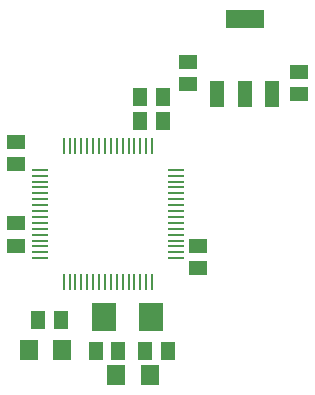
<source format=gbp>
G04 Layer_Color=128*
%FSLAX24Y24*%
%MOIN*%
G70*
G01*
G75*
%ADD10R,0.0512X0.0591*%
%ADD11R,0.0591X0.0512*%
%ADD29R,0.1299X0.0630*%
%ADD30R,0.0472X0.0866*%
%ADD31R,0.0787X0.0945*%
%ADD32R,0.0630X0.0709*%
%ADD33R,0.0531X0.0114*%
%ADD34R,0.0114X0.0531*%
D10*
X8666Y10187D02*
D03*
X7918D02*
D03*
X8666Y10974D02*
D03*
X7918D02*
D03*
X6442Y2534D02*
D03*
X7190D02*
D03*
X8839D02*
D03*
X8091D02*
D03*
X5266Y3543D02*
D03*
X4518D02*
D03*
D11*
X9523Y12160D02*
D03*
Y11412D02*
D03*
X13214Y11821D02*
D03*
Y11073D02*
D03*
X3789Y6772D02*
D03*
Y6024D02*
D03*
X3789Y8750D02*
D03*
Y9498D02*
D03*
X9843Y6033D02*
D03*
Y5285D02*
D03*
D29*
X11393Y13602D02*
D03*
D30*
X12298Y11083D02*
D03*
X11393D02*
D03*
X10487D02*
D03*
D31*
X6693Y3642D02*
D03*
X8268D02*
D03*
D32*
X7126Y1722D02*
D03*
X8228D02*
D03*
X4213Y2559D02*
D03*
X5315D02*
D03*
D33*
X4587Y5610D02*
D03*
Y5807D02*
D03*
Y6004D02*
D03*
Y6201D02*
D03*
Y6398D02*
D03*
Y6594D02*
D03*
Y6791D02*
D03*
Y6988D02*
D03*
Y7185D02*
D03*
Y7382D02*
D03*
Y7579D02*
D03*
Y7776D02*
D03*
Y7972D02*
D03*
Y8169D02*
D03*
Y8366D02*
D03*
Y8563D02*
D03*
X9094D02*
D03*
Y8366D02*
D03*
Y8169D02*
D03*
Y7972D02*
D03*
Y7776D02*
D03*
Y7579D02*
D03*
Y7382D02*
D03*
Y7185D02*
D03*
Y6988D02*
D03*
Y6791D02*
D03*
Y6594D02*
D03*
Y6398D02*
D03*
Y6201D02*
D03*
Y6004D02*
D03*
Y5807D02*
D03*
Y5610D02*
D03*
D34*
X8317Y4833D02*
D03*
X8120D02*
D03*
X7923D02*
D03*
X7726D02*
D03*
X7530D02*
D03*
X7333D02*
D03*
X7136D02*
D03*
X6939D02*
D03*
X6742D02*
D03*
X6545D02*
D03*
X6348D02*
D03*
X6152D02*
D03*
X5955D02*
D03*
X5758D02*
D03*
X5561D02*
D03*
X5364D02*
D03*
X5364Y9341D02*
D03*
X5561D02*
D03*
X5758D02*
D03*
X5955D02*
D03*
X6152D02*
D03*
X6348D02*
D03*
X6545D02*
D03*
X6742D02*
D03*
X6939D02*
D03*
X7136D02*
D03*
X7333D02*
D03*
X7530D02*
D03*
X7726D02*
D03*
X7923D02*
D03*
X8120D02*
D03*
X8317D02*
D03*
M02*

</source>
